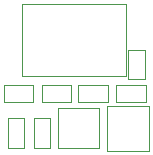
<source format=gbr>
%TF.GenerationSoftware,KiCad,Pcbnew,4.0.7*%
%TF.CreationDate,2017-11-15T16:48:18+08:00*%
%TF.ProjectId,MicroUSB,4D6963726F5553422E6B696361645F70,rev?*%
%TF.FileFunction,Other,User*%
%FSLAX46Y46*%
G04 Gerber Fmt 4.6, Leading zero omitted, Abs format (unit mm)*
G04 Created by KiCad (PCBNEW 4.0.7) date 11/15/17 16:48:18*
%MOMM*%
%LPD*%
G01*
G04 APERTURE LIST*
%ADD10C,0.100000*%
%ADD11C,0.050000*%
G04 APERTURE END LIST*
D10*
D11*
X12350000Y-360000D02*
X3550000Y-360000D01*
X3550000Y-6460000D02*
X3550000Y-360000D01*
X12350000Y-6460000D02*
X3550000Y-6460000D01*
X12350000Y-360000D02*
X12350000Y-6460000D01*
X6530000Y-12590000D02*
X6530000Y-9190000D01*
X6530000Y-9190000D02*
X10030000Y-9190000D01*
X10030000Y-9190000D02*
X10030000Y-12590000D01*
X10030000Y-12590000D02*
X6530000Y-12590000D01*
X14280000Y-12820000D02*
X14280000Y-9020000D01*
X10680000Y-12820000D02*
X14280000Y-12820000D01*
X10680000Y-9020000D02*
X10680000Y-12820000D01*
X14280000Y-9020000D02*
X10680000Y-9020000D01*
X13990000Y-8670000D02*
X11490000Y-8670000D01*
X13990000Y-8670000D02*
X13990000Y-7270000D01*
X11490000Y-7270000D02*
X11490000Y-8670000D01*
X11490000Y-7270000D02*
X13990000Y-7270000D01*
X8290000Y-7270000D02*
X10790000Y-7270000D01*
X8290000Y-7270000D02*
X8290000Y-8670000D01*
X10790000Y-8670000D02*
X10790000Y-7270000D01*
X10790000Y-8670000D02*
X8290000Y-8670000D01*
X12520000Y-6730000D02*
X12520000Y-4230000D01*
X12520000Y-6730000D02*
X13920000Y-6730000D01*
X13920000Y-4230000D02*
X12520000Y-4230000D01*
X13920000Y-4230000D02*
X13920000Y-6730000D01*
X5200000Y-7270000D02*
X7700000Y-7270000D01*
X5200000Y-7270000D02*
X5200000Y-8670000D01*
X7700000Y-8670000D02*
X7700000Y-7270000D01*
X7700000Y-8670000D02*
X5200000Y-8670000D01*
X4490000Y-8670000D02*
X1990000Y-8670000D01*
X4490000Y-8670000D02*
X4490000Y-7270000D01*
X1990000Y-7270000D02*
X1990000Y-8670000D01*
X1990000Y-7270000D02*
X4490000Y-7270000D01*
X2320000Y-12530000D02*
X2320000Y-10030000D01*
X2320000Y-12530000D02*
X3720000Y-12530000D01*
X3720000Y-10030000D02*
X2320000Y-10030000D01*
X3720000Y-10030000D02*
X3720000Y-12530000D01*
X4510000Y-12530000D02*
X4510000Y-10030000D01*
X4510000Y-12530000D02*
X5910000Y-12530000D01*
X5910000Y-10030000D02*
X4510000Y-10030000D01*
X5910000Y-10030000D02*
X5910000Y-12530000D01*
M02*

</source>
